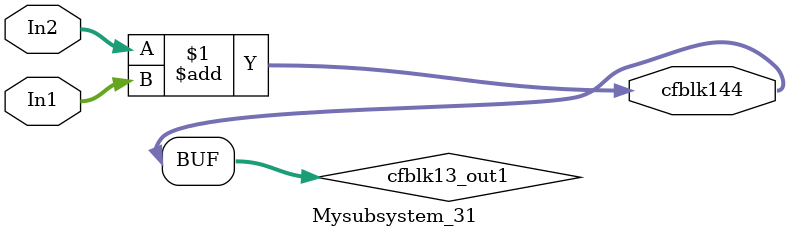
<source format=v>



`timescale 1 ns / 1 ns

module Mysubsystem_31
          (In1,
           In2,
           cfblk144);


  input   [7:0] In1;  // uint8
  input   [7:0] In2;  // uint8
  output  [7:0] cfblk144;  // uint8


  wire [7:0] cfblk13_out1;  // uint8


  assign cfblk13_out1 = In2 + In1;



  assign cfblk144 = cfblk13_out1;

endmodule  // Mysubsystem_31


</source>
